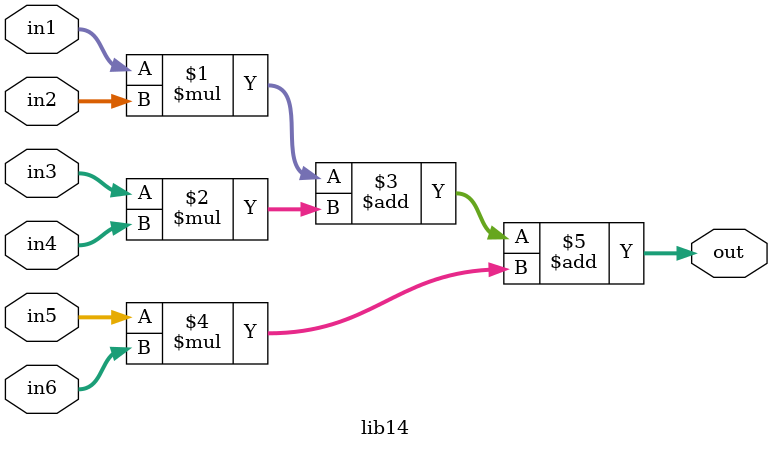
<source format=v>
module lib1(in, out);
  input  [31:0] in;
  output        out;
  assign out = &in;
endmodule

module lib2(in, out);
  input  [31:0] in;
  output        out;
  assign out = |in;
endmodule

module lib3(in, out);
  input  [31:0] in;
  output        out;
  assign out = ^in;
endmodule

module lib4(in, out);
  input  [31:0] in;
  output        out;
  assign out = ~&in;
endmodule

module lib5(in, out);
  input  [31:0] in;
  output        out;
  assign out = ~|in;
endmodule

module lib6(in, out);
  input  [31:0] in;
  output        out;
  assign out = ~^in;
endmodule

module lib8(in1, in2, out);
  input [16:0] in1;
  input [16:0] in2;
  output [16:0] out;
  assign out = in1 + in2;
endmodule

module lib9(in1, in2, in3, out);
  input [17:0] in1;
  input [17:0] in2;
  input [17:0] in3;
  output [17:0] out;
  assign out = in1 + in2 + in3;
endmodule

module lib10(in1, in2, in3, in4, out);
  input [17:0] in1;
  input [17:0] in2;
  input [17:0] in3;
  input [17:0] in4;
  output [17:0] out;
  assign out = in1 + in2 + in3 + in4;
endmodule

module lib11(in1, in2, out);
  input [15:0] in1;
  input [15:0] in2;
  output [15:0] out;
  assign out = in1 * in2;
endmodule

module lib12(in1, in2, in3, out);
  input [16:0] in1;
  input [16:0] in2;
  input [16:0] in3;
  output [16:0] out;
  assign out = (in1 + in2) * in3;
endmodule

module lib13(in1, in2, in3, in4, out);
  input [16:0] in1;
  input [16:0] in2;
  input [16:0] in3;
  input [16:0] in4;
  output [16:0] out;
  assign out = in1 * in2 + in3 * in4;
endmodule

module lib14(in1, in2, in3, in4, in5, in6, out);
  input [17:0] in1;
  input [17:0] in2;
  input [17:0] in3;
  input [17:0] in4;
  input [17:0] in5;
  input [17:0] in6;
  output [17:0] out;
  assign out = in1 * in2 + in3 * in4 + in5 * in6;
endmodule

</source>
